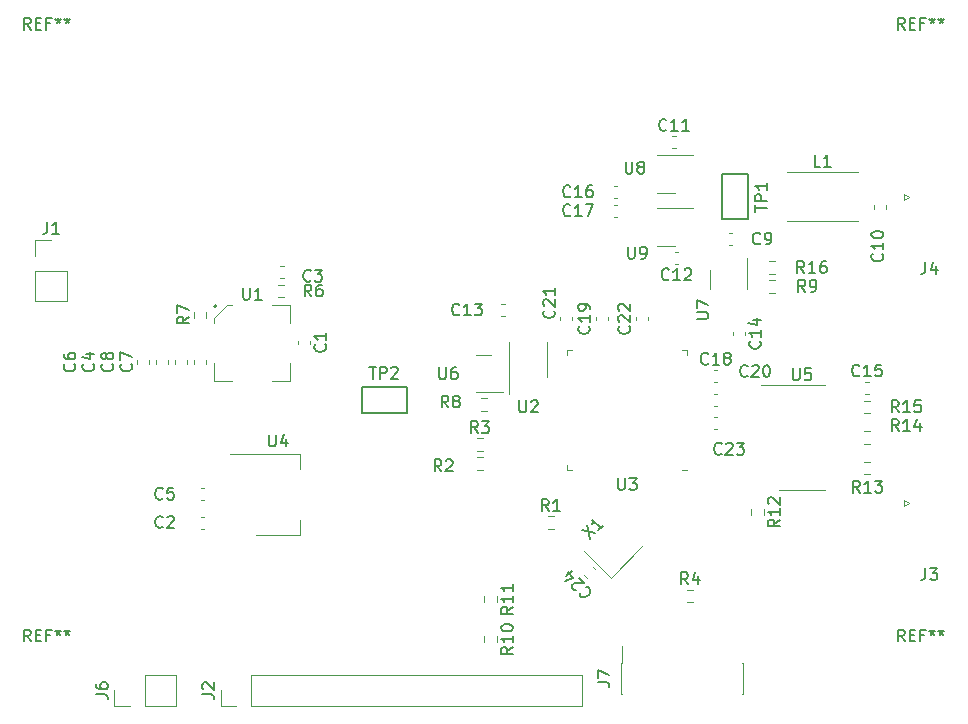
<source format=gbr>
%TF.GenerationSoftware,KiCad,Pcbnew,6.0.6-3a73a75311~116~ubuntu20.04.1*%
%TF.CreationDate,2022-09-22T11:08:13+01:00*%
%TF.ProjectId,UFOMothership,55464f4d-6f74-4686-9572-736869702e6b,rev?*%
%TF.SameCoordinates,Original*%
%TF.FileFunction,Legend,Top*%
%TF.FilePolarity,Positive*%
%FSLAX46Y46*%
G04 Gerber Fmt 4.6, Leading zero omitted, Abs format (unit mm)*
G04 Created by KiCad (PCBNEW 6.0.6-3a73a75311~116~ubuntu20.04.1) date 2022-09-22 11:08:13*
%MOMM*%
%LPD*%
G01*
G04 APERTURE LIST*
%ADD10C,0.150000*%
%ADD11C,0.120000*%
%ADD12C,0.200000*%
G04 APERTURE END LIST*
D10*
%TO.C,X1*%
X177507943Y-95052782D02*
X178686454Y-95288484D01*
X177979347Y-94581378D02*
X178215049Y-95759889D01*
X179326217Y-94648721D02*
X178922156Y-95052782D01*
X179124187Y-94850752D02*
X178417080Y-94143645D01*
X178450752Y-94312004D01*
X178450752Y-94446691D01*
X178417080Y-94547706D01*
%TO.C,C24*%
X177905823Y-99823073D02*
X177973167Y-99823073D01*
X178107854Y-99890417D01*
X178175197Y-99957760D01*
X178242541Y-100092447D01*
X178242541Y-100227134D01*
X178208869Y-100328149D01*
X178107854Y-100496508D01*
X178006839Y-100597523D01*
X177838480Y-100698539D01*
X177737465Y-100732210D01*
X177602778Y-100732210D01*
X177468091Y-100664867D01*
X177400747Y-100597523D01*
X177333404Y-100462836D01*
X177333404Y-100395493D01*
X177064029Y-100126119D02*
X176996686Y-100126119D01*
X176895671Y-100092447D01*
X176727312Y-99924088D01*
X176693640Y-99823073D01*
X176693640Y-99755730D01*
X176727312Y-99654714D01*
X176794655Y-99587371D01*
X176929342Y-99520027D01*
X177737465Y-99520027D01*
X177299732Y-99082294D01*
X176222236Y-98947607D02*
X176693640Y-98476203D01*
X176121220Y-99385340D02*
X176794655Y-99048623D01*
X176356923Y-98610890D01*
%TO.C,REF\u002A\u002A*%
X204866666Y-104452380D02*
X204533333Y-103976190D01*
X204295238Y-104452380D02*
X204295238Y-103452380D01*
X204676190Y-103452380D01*
X204771428Y-103500000D01*
X204819047Y-103547619D01*
X204866666Y-103642857D01*
X204866666Y-103785714D01*
X204819047Y-103880952D01*
X204771428Y-103928571D01*
X204676190Y-103976190D01*
X204295238Y-103976190D01*
X205295238Y-103928571D02*
X205628571Y-103928571D01*
X205771428Y-104452380D02*
X205295238Y-104452380D01*
X205295238Y-103452380D01*
X205771428Y-103452380D01*
X206533333Y-103928571D02*
X206200000Y-103928571D01*
X206200000Y-104452380D02*
X206200000Y-103452380D01*
X206676190Y-103452380D01*
X207200000Y-103452380D02*
X207200000Y-103690476D01*
X206961904Y-103595238D02*
X207200000Y-103690476D01*
X207438095Y-103595238D01*
X207057142Y-103880952D02*
X207200000Y-103690476D01*
X207342857Y-103880952D01*
X207961904Y-103452380D02*
X207961904Y-103690476D01*
X207723809Y-103595238D02*
X207961904Y-103690476D01*
X208200000Y-103595238D01*
X207819047Y-103880952D02*
X207961904Y-103690476D01*
X208104761Y-103880952D01*
X204866666Y-52652380D02*
X204533333Y-52176190D01*
X204295238Y-52652380D02*
X204295238Y-51652380D01*
X204676190Y-51652380D01*
X204771428Y-51700000D01*
X204819047Y-51747619D01*
X204866666Y-51842857D01*
X204866666Y-51985714D01*
X204819047Y-52080952D01*
X204771428Y-52128571D01*
X204676190Y-52176190D01*
X204295238Y-52176190D01*
X205295238Y-52128571D02*
X205628571Y-52128571D01*
X205771428Y-52652380D02*
X205295238Y-52652380D01*
X205295238Y-51652380D01*
X205771428Y-51652380D01*
X206533333Y-52128571D02*
X206200000Y-52128571D01*
X206200000Y-52652380D02*
X206200000Y-51652380D01*
X206676190Y-51652380D01*
X207200000Y-51652380D02*
X207200000Y-51890476D01*
X206961904Y-51795238D02*
X207200000Y-51890476D01*
X207438095Y-51795238D01*
X207057142Y-52080952D02*
X207200000Y-51890476D01*
X207342857Y-52080952D01*
X207961904Y-51652380D02*
X207961904Y-51890476D01*
X207723809Y-51795238D02*
X207961904Y-51890476D01*
X208200000Y-51795238D01*
X207819047Y-52080952D02*
X207961904Y-51890476D01*
X208104761Y-52080952D01*
%TO.C,R7*%
X144252380Y-76966666D02*
X143776190Y-77300000D01*
X144252380Y-77538095D02*
X143252380Y-77538095D01*
X143252380Y-77157142D01*
X143300000Y-77061904D01*
X143347619Y-77014285D01*
X143442857Y-76966666D01*
X143585714Y-76966666D01*
X143680952Y-77014285D01*
X143728571Y-77061904D01*
X143776190Y-77157142D01*
X143776190Y-77538095D01*
X143252380Y-76633333D02*
X143252380Y-75966666D01*
X144252380Y-76395238D01*
%TO.C,C16*%
X176557142Y-66757142D02*
X176509523Y-66804761D01*
X176366666Y-66852380D01*
X176271428Y-66852380D01*
X176128571Y-66804761D01*
X176033333Y-66709523D01*
X175985714Y-66614285D01*
X175938095Y-66423809D01*
X175938095Y-66280952D01*
X175985714Y-66090476D01*
X176033333Y-65995238D01*
X176128571Y-65900000D01*
X176271428Y-65852380D01*
X176366666Y-65852380D01*
X176509523Y-65900000D01*
X176557142Y-65947619D01*
X177509523Y-66852380D02*
X176938095Y-66852380D01*
X177223809Y-66852380D02*
X177223809Y-65852380D01*
X177128571Y-65995238D01*
X177033333Y-66090476D01*
X176938095Y-66138095D01*
X178366666Y-65852380D02*
X178176190Y-65852380D01*
X178080952Y-65900000D01*
X178033333Y-65947619D01*
X177938095Y-66090476D01*
X177890476Y-66280952D01*
X177890476Y-66661904D01*
X177938095Y-66757142D01*
X177985714Y-66804761D01*
X178080952Y-66852380D01*
X178271428Y-66852380D01*
X178366666Y-66804761D01*
X178414285Y-66757142D01*
X178461904Y-66661904D01*
X178461904Y-66423809D01*
X178414285Y-66328571D01*
X178366666Y-66280952D01*
X178271428Y-66233333D01*
X178080952Y-66233333D01*
X177985714Y-66280952D01*
X177938095Y-66328571D01*
X177890476Y-66423809D01*
%TO.C,R9*%
X196433333Y-74852380D02*
X196100000Y-74376190D01*
X195861904Y-74852380D02*
X195861904Y-73852380D01*
X196242857Y-73852380D01*
X196338095Y-73900000D01*
X196385714Y-73947619D01*
X196433333Y-74042857D01*
X196433333Y-74185714D01*
X196385714Y-74280952D01*
X196338095Y-74328571D01*
X196242857Y-74376190D01*
X195861904Y-74376190D01*
X196909523Y-74852380D02*
X197100000Y-74852380D01*
X197195238Y-74804761D01*
X197242857Y-74757142D01*
X197338095Y-74614285D01*
X197385714Y-74423809D01*
X197385714Y-74042857D01*
X197338095Y-73947619D01*
X197290476Y-73900000D01*
X197195238Y-73852380D01*
X197004761Y-73852380D01*
X196909523Y-73900000D01*
X196861904Y-73947619D01*
X196814285Y-74042857D01*
X196814285Y-74280952D01*
X196861904Y-74376190D01*
X196909523Y-74423809D01*
X197004761Y-74471428D01*
X197195238Y-74471428D01*
X197290476Y-74423809D01*
X197338095Y-74376190D01*
X197385714Y-74280952D01*
%TO.C,J7*%
X178872380Y-107933333D02*
X179586666Y-107933333D01*
X179729523Y-107980952D01*
X179824761Y-108076190D01*
X179872380Y-108219047D01*
X179872380Y-108314285D01*
X178872380Y-107552380D02*
X178872380Y-106885714D01*
X179872380Y-107314285D01*
%TO.C,C15*%
X201019642Y-81927142D02*
X200972023Y-81974761D01*
X200829166Y-82022380D01*
X200733928Y-82022380D01*
X200591071Y-81974761D01*
X200495833Y-81879523D01*
X200448214Y-81784285D01*
X200400595Y-81593809D01*
X200400595Y-81450952D01*
X200448214Y-81260476D01*
X200495833Y-81165238D01*
X200591071Y-81070000D01*
X200733928Y-81022380D01*
X200829166Y-81022380D01*
X200972023Y-81070000D01*
X201019642Y-81117619D01*
X201972023Y-82022380D02*
X201400595Y-82022380D01*
X201686309Y-82022380D02*
X201686309Y-81022380D01*
X201591071Y-81165238D01*
X201495833Y-81260476D01*
X201400595Y-81308095D01*
X202876785Y-81022380D02*
X202400595Y-81022380D01*
X202352976Y-81498571D01*
X202400595Y-81450952D01*
X202495833Y-81403333D01*
X202733928Y-81403333D01*
X202829166Y-81450952D01*
X202876785Y-81498571D01*
X202924404Y-81593809D01*
X202924404Y-81831904D01*
X202876785Y-81927142D01*
X202829166Y-81974761D01*
X202733928Y-82022380D01*
X202495833Y-82022380D01*
X202400595Y-81974761D01*
X202352976Y-81927142D01*
%TO.C,J6*%
X136382380Y-108933333D02*
X137096666Y-108933333D01*
X137239523Y-108980952D01*
X137334761Y-109076190D01*
X137382380Y-109219047D01*
X137382380Y-109314285D01*
X136382380Y-108028571D02*
X136382380Y-108219047D01*
X136430000Y-108314285D01*
X136477619Y-108361904D01*
X136620476Y-108457142D01*
X136810952Y-108504761D01*
X137191904Y-108504761D01*
X137287142Y-108457142D01*
X137334761Y-108409523D01*
X137382380Y-108314285D01*
X137382380Y-108123809D01*
X137334761Y-108028571D01*
X137287142Y-107980952D01*
X137191904Y-107933333D01*
X136953809Y-107933333D01*
X136858571Y-107980952D01*
X136810952Y-108028571D01*
X136763333Y-108123809D01*
X136763333Y-108314285D01*
X136810952Y-108409523D01*
X136858571Y-108457142D01*
X136953809Y-108504761D01*
%TO.C,U1*%
X148838095Y-74527380D02*
X148838095Y-75336904D01*
X148885714Y-75432142D01*
X148933333Y-75479761D01*
X149028571Y-75527380D01*
X149219047Y-75527380D01*
X149314285Y-75479761D01*
X149361904Y-75432142D01*
X149409523Y-75336904D01*
X149409523Y-74527380D01*
X150409523Y-75527380D02*
X149838095Y-75527380D01*
X150123809Y-75527380D02*
X150123809Y-74527380D01*
X150028571Y-74670238D01*
X149933333Y-74765476D01*
X149838095Y-74813095D01*
%TO.C,C11*%
X184694642Y-61127142D02*
X184647023Y-61174761D01*
X184504166Y-61222380D01*
X184408928Y-61222380D01*
X184266071Y-61174761D01*
X184170833Y-61079523D01*
X184123214Y-60984285D01*
X184075595Y-60793809D01*
X184075595Y-60650952D01*
X184123214Y-60460476D01*
X184170833Y-60365238D01*
X184266071Y-60270000D01*
X184408928Y-60222380D01*
X184504166Y-60222380D01*
X184647023Y-60270000D01*
X184694642Y-60317619D01*
X185647023Y-61222380D02*
X185075595Y-61222380D01*
X185361309Y-61222380D02*
X185361309Y-60222380D01*
X185266071Y-60365238D01*
X185170833Y-60460476D01*
X185075595Y-60508095D01*
X186599404Y-61222380D02*
X186027976Y-61222380D01*
X186313690Y-61222380D02*
X186313690Y-60222380D01*
X186218452Y-60365238D01*
X186123214Y-60460476D01*
X186027976Y-60508095D01*
%TO.C,J4*%
X206626666Y-72352380D02*
X206626666Y-73066666D01*
X206579047Y-73209523D01*
X206483809Y-73304761D01*
X206340952Y-73352380D01*
X206245714Y-73352380D01*
X207531428Y-72685714D02*
X207531428Y-73352380D01*
X207293333Y-72304761D02*
X207055238Y-73019047D01*
X207674285Y-73019047D01*
%TO.C,REF\u002A\u002A*%
X130866666Y-104452380D02*
X130533333Y-103976190D01*
X130295238Y-104452380D02*
X130295238Y-103452380D01*
X130676190Y-103452380D01*
X130771428Y-103500000D01*
X130819047Y-103547619D01*
X130866666Y-103642857D01*
X130866666Y-103785714D01*
X130819047Y-103880952D01*
X130771428Y-103928571D01*
X130676190Y-103976190D01*
X130295238Y-103976190D01*
X131295238Y-103928571D02*
X131628571Y-103928571D01*
X131771428Y-104452380D02*
X131295238Y-104452380D01*
X131295238Y-103452380D01*
X131771428Y-103452380D01*
X132533333Y-103928571D02*
X132200000Y-103928571D01*
X132200000Y-104452380D02*
X132200000Y-103452380D01*
X132676190Y-103452380D01*
X133200000Y-103452380D02*
X133200000Y-103690476D01*
X132961904Y-103595238D02*
X133200000Y-103690476D01*
X133438095Y-103595238D01*
X133057142Y-103880952D02*
X133200000Y-103690476D01*
X133342857Y-103880952D01*
X133961904Y-103452380D02*
X133961904Y-103690476D01*
X133723809Y-103595238D02*
X133961904Y-103690476D01*
X134200000Y-103595238D01*
X133819047Y-103880952D02*
X133961904Y-103690476D01*
X134104761Y-103880952D01*
%TO.C,U2*%
X172238095Y-84052380D02*
X172238095Y-84861904D01*
X172285714Y-84957142D01*
X172333333Y-85004761D01*
X172428571Y-85052380D01*
X172619047Y-85052380D01*
X172714285Y-85004761D01*
X172761904Y-84957142D01*
X172809523Y-84861904D01*
X172809523Y-84052380D01*
X173238095Y-84147619D02*
X173285714Y-84100000D01*
X173380952Y-84052380D01*
X173619047Y-84052380D01*
X173714285Y-84100000D01*
X173761904Y-84147619D01*
X173809523Y-84242857D01*
X173809523Y-84338095D01*
X173761904Y-84480952D01*
X173190476Y-85052380D01*
X173809523Y-85052380D01*
%TO.C,C21*%
X175157142Y-76442857D02*
X175204761Y-76490476D01*
X175252380Y-76633333D01*
X175252380Y-76728571D01*
X175204761Y-76871428D01*
X175109523Y-76966666D01*
X175014285Y-77014285D01*
X174823809Y-77061904D01*
X174680952Y-77061904D01*
X174490476Y-77014285D01*
X174395238Y-76966666D01*
X174300000Y-76871428D01*
X174252380Y-76728571D01*
X174252380Y-76633333D01*
X174300000Y-76490476D01*
X174347619Y-76442857D01*
X174347619Y-76061904D02*
X174300000Y-76014285D01*
X174252380Y-75919047D01*
X174252380Y-75680952D01*
X174300000Y-75585714D01*
X174347619Y-75538095D01*
X174442857Y-75490476D01*
X174538095Y-75490476D01*
X174680952Y-75538095D01*
X175252380Y-76109523D01*
X175252380Y-75490476D01*
X175252380Y-74538095D02*
X175252380Y-75109523D01*
X175252380Y-74823809D02*
X174252380Y-74823809D01*
X174395238Y-74919047D01*
X174490476Y-75014285D01*
X174538095Y-75109523D01*
%TO.C,R3*%
X168720833Y-86822380D02*
X168387500Y-86346190D01*
X168149404Y-86822380D02*
X168149404Y-85822380D01*
X168530357Y-85822380D01*
X168625595Y-85870000D01*
X168673214Y-85917619D01*
X168720833Y-86012857D01*
X168720833Y-86155714D01*
X168673214Y-86250952D01*
X168625595Y-86298571D01*
X168530357Y-86346190D01*
X168149404Y-86346190D01*
X169054166Y-85822380D02*
X169673214Y-85822380D01*
X169339880Y-86203333D01*
X169482738Y-86203333D01*
X169577976Y-86250952D01*
X169625595Y-86298571D01*
X169673214Y-86393809D01*
X169673214Y-86631904D01*
X169625595Y-86727142D01*
X169577976Y-86774761D01*
X169482738Y-86822380D01*
X169197023Y-86822380D01*
X169101785Y-86774761D01*
X169054166Y-86727142D01*
%TO.C,R8*%
X166233333Y-84652380D02*
X165900000Y-84176190D01*
X165661904Y-84652380D02*
X165661904Y-83652380D01*
X166042857Y-83652380D01*
X166138095Y-83700000D01*
X166185714Y-83747619D01*
X166233333Y-83842857D01*
X166233333Y-83985714D01*
X166185714Y-84080952D01*
X166138095Y-84128571D01*
X166042857Y-84176190D01*
X165661904Y-84176190D01*
X166804761Y-84080952D02*
X166709523Y-84033333D01*
X166661904Y-83985714D01*
X166614285Y-83890476D01*
X166614285Y-83842857D01*
X166661904Y-83747619D01*
X166709523Y-83700000D01*
X166804761Y-83652380D01*
X166995238Y-83652380D01*
X167090476Y-83700000D01*
X167138095Y-83747619D01*
X167185714Y-83842857D01*
X167185714Y-83890476D01*
X167138095Y-83985714D01*
X167090476Y-84033333D01*
X166995238Y-84080952D01*
X166804761Y-84080952D01*
X166709523Y-84128571D01*
X166661904Y-84176190D01*
X166614285Y-84271428D01*
X166614285Y-84461904D01*
X166661904Y-84557142D01*
X166709523Y-84604761D01*
X166804761Y-84652380D01*
X166995238Y-84652380D01*
X167090476Y-84604761D01*
X167138095Y-84557142D01*
X167185714Y-84461904D01*
X167185714Y-84271428D01*
X167138095Y-84176190D01*
X167090476Y-84128571D01*
X166995238Y-84080952D01*
%TO.C,C3*%
X154583333Y-73897142D02*
X154535714Y-73944761D01*
X154392857Y-73992380D01*
X154297619Y-73992380D01*
X154154761Y-73944761D01*
X154059523Y-73849523D01*
X154011904Y-73754285D01*
X153964285Y-73563809D01*
X153964285Y-73420952D01*
X154011904Y-73230476D01*
X154059523Y-73135238D01*
X154154761Y-73040000D01*
X154297619Y-72992380D01*
X154392857Y-72992380D01*
X154535714Y-73040000D01*
X154583333Y-73087619D01*
X154916666Y-72992380D02*
X155535714Y-72992380D01*
X155202380Y-73373333D01*
X155345238Y-73373333D01*
X155440476Y-73420952D01*
X155488095Y-73468571D01*
X155535714Y-73563809D01*
X155535714Y-73801904D01*
X155488095Y-73897142D01*
X155440476Y-73944761D01*
X155345238Y-73992380D01*
X155059523Y-73992380D01*
X154964285Y-73944761D01*
X154916666Y-73897142D01*
%TO.C,R10*%
X171682380Y-104930357D02*
X171206190Y-105263690D01*
X171682380Y-105501785D02*
X170682380Y-105501785D01*
X170682380Y-105120833D01*
X170730000Y-105025595D01*
X170777619Y-104977976D01*
X170872857Y-104930357D01*
X171015714Y-104930357D01*
X171110952Y-104977976D01*
X171158571Y-105025595D01*
X171206190Y-105120833D01*
X171206190Y-105501785D01*
X171682380Y-103977976D02*
X171682380Y-104549404D01*
X171682380Y-104263690D02*
X170682380Y-104263690D01*
X170825238Y-104358928D01*
X170920476Y-104454166D01*
X170968095Y-104549404D01*
X170682380Y-103358928D02*
X170682380Y-103263690D01*
X170730000Y-103168452D01*
X170777619Y-103120833D01*
X170872857Y-103073214D01*
X171063333Y-103025595D01*
X171301428Y-103025595D01*
X171491904Y-103073214D01*
X171587142Y-103120833D01*
X171634761Y-103168452D01*
X171682380Y-103263690D01*
X171682380Y-103358928D01*
X171634761Y-103454166D01*
X171587142Y-103501785D01*
X171491904Y-103549404D01*
X171301428Y-103597023D01*
X171063333Y-103597023D01*
X170872857Y-103549404D01*
X170777619Y-103501785D01*
X170730000Y-103454166D01*
X170682380Y-103358928D01*
%TO.C,U3*%
X180588095Y-90634880D02*
X180588095Y-91444404D01*
X180635714Y-91539642D01*
X180683333Y-91587261D01*
X180778571Y-91634880D01*
X180969047Y-91634880D01*
X181064285Y-91587261D01*
X181111904Y-91539642D01*
X181159523Y-91444404D01*
X181159523Y-90634880D01*
X181540476Y-90634880D02*
X182159523Y-90634880D01*
X181826190Y-91015833D01*
X181969047Y-91015833D01*
X182064285Y-91063452D01*
X182111904Y-91111071D01*
X182159523Y-91206309D01*
X182159523Y-91444404D01*
X182111904Y-91539642D01*
X182064285Y-91587261D01*
X181969047Y-91634880D01*
X181683333Y-91634880D01*
X181588095Y-91587261D01*
X181540476Y-91539642D01*
%TO.C,R15*%
X204357142Y-85052380D02*
X204023809Y-84576190D01*
X203785714Y-85052380D02*
X203785714Y-84052380D01*
X204166666Y-84052380D01*
X204261904Y-84100000D01*
X204309523Y-84147619D01*
X204357142Y-84242857D01*
X204357142Y-84385714D01*
X204309523Y-84480952D01*
X204261904Y-84528571D01*
X204166666Y-84576190D01*
X203785714Y-84576190D01*
X205309523Y-85052380D02*
X204738095Y-85052380D01*
X205023809Y-85052380D02*
X205023809Y-84052380D01*
X204928571Y-84195238D01*
X204833333Y-84290476D01*
X204738095Y-84338095D01*
X206214285Y-84052380D02*
X205738095Y-84052380D01*
X205690476Y-84528571D01*
X205738095Y-84480952D01*
X205833333Y-84433333D01*
X206071428Y-84433333D01*
X206166666Y-84480952D01*
X206214285Y-84528571D01*
X206261904Y-84623809D01*
X206261904Y-84861904D01*
X206214285Y-84957142D01*
X206166666Y-85004761D01*
X206071428Y-85052380D01*
X205833333Y-85052380D01*
X205738095Y-85004761D01*
X205690476Y-84957142D01*
%TO.C,J2*%
X145402380Y-108933333D02*
X146116666Y-108933333D01*
X146259523Y-108980952D01*
X146354761Y-109076190D01*
X146402380Y-109219047D01*
X146402380Y-109314285D01*
X145497619Y-108504761D02*
X145450000Y-108457142D01*
X145402380Y-108361904D01*
X145402380Y-108123809D01*
X145450000Y-108028571D01*
X145497619Y-107980952D01*
X145592857Y-107933333D01*
X145688095Y-107933333D01*
X145830952Y-107980952D01*
X146402380Y-108552380D01*
X146402380Y-107933333D01*
%TO.C,TP1*%
X192214880Y-68061904D02*
X192214880Y-67490476D01*
X193214880Y-67776190D02*
X192214880Y-67776190D01*
X193214880Y-67157142D02*
X192214880Y-67157142D01*
X192214880Y-66776190D01*
X192262500Y-66680952D01*
X192310119Y-66633333D01*
X192405357Y-66585714D01*
X192548214Y-66585714D01*
X192643452Y-66633333D01*
X192691071Y-66680952D01*
X192738690Y-66776190D01*
X192738690Y-67157142D01*
X193214880Y-65633333D02*
X193214880Y-66204761D01*
X193214880Y-65919047D02*
X192214880Y-65919047D01*
X192357738Y-66014285D01*
X192452976Y-66109523D01*
X192500595Y-66204761D01*
%TO.C,TP2*%
X159538095Y-81202380D02*
X160109523Y-81202380D01*
X159823809Y-82202380D02*
X159823809Y-81202380D01*
X160442857Y-82202380D02*
X160442857Y-81202380D01*
X160823809Y-81202380D01*
X160919047Y-81250000D01*
X160966666Y-81297619D01*
X161014285Y-81392857D01*
X161014285Y-81535714D01*
X160966666Y-81630952D01*
X160919047Y-81678571D01*
X160823809Y-81726190D01*
X160442857Y-81726190D01*
X161395238Y-81297619D02*
X161442857Y-81250000D01*
X161538095Y-81202380D01*
X161776190Y-81202380D01*
X161871428Y-81250000D01*
X161919047Y-81297619D01*
X161966666Y-81392857D01*
X161966666Y-81488095D01*
X161919047Y-81630952D01*
X161347619Y-82202380D01*
X161966666Y-82202380D01*
%TO.C,C4*%
X136157142Y-80966666D02*
X136204761Y-81014285D01*
X136252380Y-81157142D01*
X136252380Y-81252380D01*
X136204761Y-81395238D01*
X136109523Y-81490476D01*
X136014285Y-81538095D01*
X135823809Y-81585714D01*
X135680952Y-81585714D01*
X135490476Y-81538095D01*
X135395238Y-81490476D01*
X135300000Y-81395238D01*
X135252380Y-81252380D01*
X135252380Y-81157142D01*
X135300000Y-81014285D01*
X135347619Y-80966666D01*
X135585714Y-80109523D02*
X136252380Y-80109523D01*
X135204761Y-80347619D02*
X135919047Y-80585714D01*
X135919047Y-79966666D01*
%TO.C,C22*%
X181527142Y-77780356D02*
X181574761Y-77827975D01*
X181622380Y-77970832D01*
X181622380Y-78066070D01*
X181574761Y-78208927D01*
X181479523Y-78304165D01*
X181384285Y-78351784D01*
X181193809Y-78399403D01*
X181050952Y-78399403D01*
X180860476Y-78351784D01*
X180765238Y-78304165D01*
X180670000Y-78208927D01*
X180622380Y-78066070D01*
X180622380Y-77970832D01*
X180670000Y-77827975D01*
X180717619Y-77780356D01*
X180717619Y-77399403D02*
X180670000Y-77351784D01*
X180622380Y-77256546D01*
X180622380Y-77018451D01*
X180670000Y-76923213D01*
X180717619Y-76875594D01*
X180812857Y-76827975D01*
X180908095Y-76827975D01*
X181050952Y-76875594D01*
X181622380Y-77447022D01*
X181622380Y-76827975D01*
X180717619Y-76447022D02*
X180670000Y-76399403D01*
X180622380Y-76304165D01*
X180622380Y-76066070D01*
X180670000Y-75970832D01*
X180717619Y-75923213D01*
X180812857Y-75875594D01*
X180908095Y-75875594D01*
X181050952Y-75923213D01*
X181622380Y-76494641D01*
X181622380Y-75875594D01*
%TO.C,C5*%
X142033333Y-92357142D02*
X141985714Y-92404761D01*
X141842857Y-92452380D01*
X141747619Y-92452380D01*
X141604761Y-92404761D01*
X141509523Y-92309523D01*
X141461904Y-92214285D01*
X141414285Y-92023809D01*
X141414285Y-91880952D01*
X141461904Y-91690476D01*
X141509523Y-91595238D01*
X141604761Y-91500000D01*
X141747619Y-91452380D01*
X141842857Y-91452380D01*
X141985714Y-91500000D01*
X142033333Y-91547619D01*
X142938095Y-91452380D02*
X142461904Y-91452380D01*
X142414285Y-91928571D01*
X142461904Y-91880952D01*
X142557142Y-91833333D01*
X142795238Y-91833333D01*
X142890476Y-91880952D01*
X142938095Y-91928571D01*
X142985714Y-92023809D01*
X142985714Y-92261904D01*
X142938095Y-92357142D01*
X142890476Y-92404761D01*
X142795238Y-92452380D01*
X142557142Y-92452380D01*
X142461904Y-92404761D01*
X142414285Y-92357142D01*
%TO.C,C12*%
X184894641Y-73787142D02*
X184847022Y-73834761D01*
X184704165Y-73882380D01*
X184608927Y-73882380D01*
X184466070Y-73834761D01*
X184370832Y-73739523D01*
X184323213Y-73644285D01*
X184275594Y-73453809D01*
X184275594Y-73310952D01*
X184323213Y-73120476D01*
X184370832Y-73025238D01*
X184466070Y-72930000D01*
X184608927Y-72882380D01*
X184704165Y-72882380D01*
X184847022Y-72930000D01*
X184894641Y-72977619D01*
X185847022Y-73882380D02*
X185275594Y-73882380D01*
X185561308Y-73882380D02*
X185561308Y-72882380D01*
X185466070Y-73025238D01*
X185370832Y-73120476D01*
X185275594Y-73168095D01*
X186227975Y-72977619D02*
X186275594Y-72930000D01*
X186370832Y-72882380D01*
X186608927Y-72882380D01*
X186704165Y-72930000D01*
X186751784Y-72977619D01*
X186799403Y-73072857D01*
X186799403Y-73168095D01*
X186751784Y-73310952D01*
X186180356Y-73882380D01*
X186799403Y-73882380D01*
%TO.C,U6*%
X165438095Y-81252380D02*
X165438095Y-82061904D01*
X165485714Y-82157142D01*
X165533333Y-82204761D01*
X165628571Y-82252380D01*
X165819047Y-82252380D01*
X165914285Y-82204761D01*
X165961904Y-82157142D01*
X166009523Y-82061904D01*
X166009523Y-81252380D01*
X166914285Y-81252380D02*
X166723809Y-81252380D01*
X166628571Y-81300000D01*
X166580952Y-81347619D01*
X166485714Y-81490476D01*
X166438095Y-81680952D01*
X166438095Y-82061904D01*
X166485714Y-82157142D01*
X166533333Y-82204761D01*
X166628571Y-82252380D01*
X166819047Y-82252380D01*
X166914285Y-82204761D01*
X166961904Y-82157142D01*
X167009523Y-82061904D01*
X167009523Y-81823809D01*
X166961904Y-81728571D01*
X166914285Y-81680952D01*
X166819047Y-81633333D01*
X166628571Y-81633333D01*
X166533333Y-81680952D01*
X166485714Y-81728571D01*
X166438095Y-81823809D01*
%TO.C,C2*%
X142033333Y-94757142D02*
X141985714Y-94804761D01*
X141842857Y-94852380D01*
X141747619Y-94852380D01*
X141604761Y-94804761D01*
X141509523Y-94709523D01*
X141461904Y-94614285D01*
X141414285Y-94423809D01*
X141414285Y-94280952D01*
X141461904Y-94090476D01*
X141509523Y-93995238D01*
X141604761Y-93900000D01*
X141747619Y-93852380D01*
X141842857Y-93852380D01*
X141985714Y-93900000D01*
X142033333Y-93947619D01*
X142414285Y-93947619D02*
X142461904Y-93900000D01*
X142557142Y-93852380D01*
X142795238Y-93852380D01*
X142890476Y-93900000D01*
X142938095Y-93947619D01*
X142985714Y-94042857D01*
X142985714Y-94138095D01*
X142938095Y-94280952D01*
X142366666Y-94852380D01*
X142985714Y-94852380D01*
%TO.C,REF\u002A\u002A*%
X130866666Y-52652380D02*
X130533333Y-52176190D01*
X130295238Y-52652380D02*
X130295238Y-51652380D01*
X130676190Y-51652380D01*
X130771428Y-51700000D01*
X130819047Y-51747619D01*
X130866666Y-51842857D01*
X130866666Y-51985714D01*
X130819047Y-52080952D01*
X130771428Y-52128571D01*
X130676190Y-52176190D01*
X130295238Y-52176190D01*
X131295238Y-52128571D02*
X131628571Y-52128571D01*
X131771428Y-52652380D02*
X131295238Y-52652380D01*
X131295238Y-51652380D01*
X131771428Y-51652380D01*
X132533333Y-52128571D02*
X132200000Y-52128571D01*
X132200000Y-52652380D02*
X132200000Y-51652380D01*
X132676190Y-51652380D01*
X133200000Y-51652380D02*
X133200000Y-51890476D01*
X132961904Y-51795238D02*
X133200000Y-51890476D01*
X133438095Y-51795238D01*
X133057142Y-52080952D02*
X133200000Y-51890476D01*
X133342857Y-52080952D01*
X133961904Y-51652380D02*
X133961904Y-51890476D01*
X133723809Y-51795238D02*
X133961904Y-51890476D01*
X134200000Y-51795238D01*
X133819047Y-52080952D02*
X133961904Y-51890476D01*
X134104761Y-52080952D01*
%TO.C,C10*%
X202957142Y-71642857D02*
X203004761Y-71690476D01*
X203052380Y-71833333D01*
X203052380Y-71928571D01*
X203004761Y-72071428D01*
X202909523Y-72166666D01*
X202814285Y-72214285D01*
X202623809Y-72261904D01*
X202480952Y-72261904D01*
X202290476Y-72214285D01*
X202195238Y-72166666D01*
X202100000Y-72071428D01*
X202052380Y-71928571D01*
X202052380Y-71833333D01*
X202100000Y-71690476D01*
X202147619Y-71642857D01*
X203052380Y-70690476D02*
X203052380Y-71261904D01*
X203052380Y-70976190D02*
X202052380Y-70976190D01*
X202195238Y-71071428D01*
X202290476Y-71166666D01*
X202338095Y-71261904D01*
X202052380Y-70071428D02*
X202052380Y-69976190D01*
X202100000Y-69880952D01*
X202147619Y-69833333D01*
X202242857Y-69785714D01*
X202433333Y-69738095D01*
X202671428Y-69738095D01*
X202861904Y-69785714D01*
X202957142Y-69833333D01*
X203004761Y-69880952D01*
X203052380Y-69976190D01*
X203052380Y-70071428D01*
X203004761Y-70166666D01*
X202957142Y-70214285D01*
X202861904Y-70261904D01*
X202671428Y-70309523D01*
X202433333Y-70309523D01*
X202242857Y-70261904D01*
X202147619Y-70214285D01*
X202100000Y-70166666D01*
X202052380Y-70071428D01*
%TO.C,C17*%
X176557142Y-68357142D02*
X176509523Y-68404761D01*
X176366666Y-68452380D01*
X176271428Y-68452380D01*
X176128571Y-68404761D01*
X176033333Y-68309523D01*
X175985714Y-68214285D01*
X175938095Y-68023809D01*
X175938095Y-67880952D01*
X175985714Y-67690476D01*
X176033333Y-67595238D01*
X176128571Y-67500000D01*
X176271428Y-67452380D01*
X176366666Y-67452380D01*
X176509523Y-67500000D01*
X176557142Y-67547619D01*
X177509523Y-68452380D02*
X176938095Y-68452380D01*
X177223809Y-68452380D02*
X177223809Y-67452380D01*
X177128571Y-67595238D01*
X177033333Y-67690476D01*
X176938095Y-67738095D01*
X177842857Y-67452380D02*
X178509523Y-67452380D01*
X178080952Y-68452380D01*
%TO.C,J1*%
X132266666Y-68922380D02*
X132266666Y-69636666D01*
X132219047Y-69779523D01*
X132123809Y-69874761D01*
X131980952Y-69922380D01*
X131885714Y-69922380D01*
X133266666Y-69922380D02*
X132695238Y-69922380D01*
X132980952Y-69922380D02*
X132980952Y-68922380D01*
X132885714Y-69065238D01*
X132790476Y-69160476D01*
X132695238Y-69208095D01*
%TO.C,R2*%
X165633333Y-90052380D02*
X165300000Y-89576190D01*
X165061904Y-90052380D02*
X165061904Y-89052380D01*
X165442857Y-89052380D01*
X165538095Y-89100000D01*
X165585714Y-89147619D01*
X165633333Y-89242857D01*
X165633333Y-89385714D01*
X165585714Y-89480952D01*
X165538095Y-89528571D01*
X165442857Y-89576190D01*
X165061904Y-89576190D01*
X166014285Y-89147619D02*
X166061904Y-89100000D01*
X166157142Y-89052380D01*
X166395238Y-89052380D01*
X166490476Y-89100000D01*
X166538095Y-89147619D01*
X166585714Y-89242857D01*
X166585714Y-89338095D01*
X166538095Y-89480952D01*
X165966666Y-90052380D01*
X166585714Y-90052380D01*
%TO.C,C20*%
X191557142Y-81957142D02*
X191509523Y-82004761D01*
X191366666Y-82052380D01*
X191271428Y-82052380D01*
X191128571Y-82004761D01*
X191033333Y-81909523D01*
X190985714Y-81814285D01*
X190938095Y-81623809D01*
X190938095Y-81480952D01*
X190985714Y-81290476D01*
X191033333Y-81195238D01*
X191128571Y-81100000D01*
X191271428Y-81052380D01*
X191366666Y-81052380D01*
X191509523Y-81100000D01*
X191557142Y-81147619D01*
X191938095Y-81147619D02*
X191985714Y-81100000D01*
X192080952Y-81052380D01*
X192319047Y-81052380D01*
X192414285Y-81100000D01*
X192461904Y-81147619D01*
X192509523Y-81242857D01*
X192509523Y-81338095D01*
X192461904Y-81480952D01*
X191890476Y-82052380D01*
X192509523Y-82052380D01*
X193128571Y-81052380D02*
X193223809Y-81052380D01*
X193319047Y-81100000D01*
X193366666Y-81147619D01*
X193414285Y-81242857D01*
X193461904Y-81433333D01*
X193461904Y-81671428D01*
X193414285Y-81861904D01*
X193366666Y-81957142D01*
X193319047Y-82004761D01*
X193223809Y-82052380D01*
X193128571Y-82052380D01*
X193033333Y-82004761D01*
X192985714Y-81957142D01*
X192938095Y-81861904D01*
X192890476Y-81671428D01*
X192890476Y-81433333D01*
X192938095Y-81242857D01*
X192985714Y-81147619D01*
X193033333Y-81100000D01*
X193128571Y-81052380D01*
%TO.C,C19*%
X178127142Y-77780356D02*
X178174761Y-77827975D01*
X178222380Y-77970832D01*
X178222380Y-78066070D01*
X178174761Y-78208927D01*
X178079523Y-78304165D01*
X177984285Y-78351784D01*
X177793809Y-78399403D01*
X177650952Y-78399403D01*
X177460476Y-78351784D01*
X177365238Y-78304165D01*
X177270000Y-78208927D01*
X177222380Y-78066070D01*
X177222380Y-77970832D01*
X177270000Y-77827975D01*
X177317619Y-77780356D01*
X178222380Y-76827975D02*
X178222380Y-77399403D01*
X178222380Y-77113689D02*
X177222380Y-77113689D01*
X177365238Y-77208927D01*
X177460476Y-77304165D01*
X177508095Y-77399403D01*
X178222380Y-76351784D02*
X178222380Y-76161308D01*
X178174761Y-76066070D01*
X178127142Y-76018451D01*
X177984285Y-75923213D01*
X177793809Y-75875594D01*
X177412857Y-75875594D01*
X177317619Y-75923213D01*
X177270000Y-75970832D01*
X177222380Y-76066070D01*
X177222380Y-76256546D01*
X177270000Y-76351784D01*
X177317619Y-76399403D01*
X177412857Y-76447022D01*
X177650952Y-76447022D01*
X177746190Y-76399403D01*
X177793809Y-76351784D01*
X177841428Y-76256546D01*
X177841428Y-76066070D01*
X177793809Y-75970832D01*
X177746190Y-75923213D01*
X177650952Y-75875594D01*
%TO.C,C6*%
X134557142Y-80966666D02*
X134604761Y-81014285D01*
X134652380Y-81157142D01*
X134652380Y-81252380D01*
X134604761Y-81395238D01*
X134509523Y-81490476D01*
X134414285Y-81538095D01*
X134223809Y-81585714D01*
X134080952Y-81585714D01*
X133890476Y-81538095D01*
X133795238Y-81490476D01*
X133700000Y-81395238D01*
X133652380Y-81252380D01*
X133652380Y-81157142D01*
X133700000Y-81014285D01*
X133747619Y-80966666D01*
X133652380Y-80109523D02*
X133652380Y-80300000D01*
X133700000Y-80395238D01*
X133747619Y-80442857D01*
X133890476Y-80538095D01*
X134080952Y-80585714D01*
X134461904Y-80585714D01*
X134557142Y-80538095D01*
X134604761Y-80490476D01*
X134652380Y-80395238D01*
X134652380Y-80204761D01*
X134604761Y-80109523D01*
X134557142Y-80061904D01*
X134461904Y-80014285D01*
X134223809Y-80014285D01*
X134128571Y-80061904D01*
X134080952Y-80109523D01*
X134033333Y-80204761D01*
X134033333Y-80395238D01*
X134080952Y-80490476D01*
X134128571Y-80538095D01*
X134223809Y-80585714D01*
%TO.C,R14*%
X204357142Y-86652380D02*
X204023809Y-86176190D01*
X203785714Y-86652380D02*
X203785714Y-85652380D01*
X204166666Y-85652380D01*
X204261904Y-85700000D01*
X204309523Y-85747619D01*
X204357142Y-85842857D01*
X204357142Y-85985714D01*
X204309523Y-86080952D01*
X204261904Y-86128571D01*
X204166666Y-86176190D01*
X203785714Y-86176190D01*
X205309523Y-86652380D02*
X204738095Y-86652380D01*
X205023809Y-86652380D02*
X205023809Y-85652380D01*
X204928571Y-85795238D01*
X204833333Y-85890476D01*
X204738095Y-85938095D01*
X206166666Y-85985714D02*
X206166666Y-86652380D01*
X205928571Y-85604761D02*
X205690476Y-86319047D01*
X206309523Y-86319047D01*
%TO.C,U9*%
X181438095Y-71052380D02*
X181438095Y-71861904D01*
X181485714Y-71957142D01*
X181533333Y-72004761D01*
X181628571Y-72052380D01*
X181819047Y-72052380D01*
X181914285Y-72004761D01*
X181961904Y-71957142D01*
X182009523Y-71861904D01*
X182009523Y-71052380D01*
X182533333Y-72052380D02*
X182723809Y-72052380D01*
X182819047Y-72004761D01*
X182866666Y-71957142D01*
X182961904Y-71814285D01*
X183009523Y-71623809D01*
X183009523Y-71242857D01*
X182961904Y-71147619D01*
X182914285Y-71100000D01*
X182819047Y-71052380D01*
X182628571Y-71052380D01*
X182533333Y-71100000D01*
X182485714Y-71147619D01*
X182438095Y-71242857D01*
X182438095Y-71480952D01*
X182485714Y-71576190D01*
X182533333Y-71623809D01*
X182628571Y-71671428D01*
X182819047Y-71671428D01*
X182914285Y-71623809D01*
X182961904Y-71576190D01*
X183009523Y-71480952D01*
%TO.C,U5*%
X195388096Y-81334880D02*
X195388096Y-82144404D01*
X195435715Y-82239642D01*
X195483334Y-82287261D01*
X195578572Y-82334880D01*
X195769048Y-82334880D01*
X195864286Y-82287261D01*
X195911905Y-82239642D01*
X195959524Y-82144404D01*
X195959524Y-81334880D01*
X196911905Y-81334880D02*
X196435715Y-81334880D01*
X196388096Y-81811071D01*
X196435715Y-81763452D01*
X196530953Y-81715833D01*
X196769048Y-81715833D01*
X196864286Y-81763452D01*
X196911905Y-81811071D01*
X196959524Y-81906309D01*
X196959524Y-82144404D01*
X196911905Y-82239642D01*
X196864286Y-82287261D01*
X196769048Y-82334880D01*
X196530953Y-82334880D01*
X196435715Y-82287261D01*
X196388096Y-82239642D01*
%TO.C,R13*%
X201069642Y-91852380D02*
X200736309Y-91376190D01*
X200498214Y-91852380D02*
X200498214Y-90852380D01*
X200879166Y-90852380D01*
X200974404Y-90900000D01*
X201022023Y-90947619D01*
X201069642Y-91042857D01*
X201069642Y-91185714D01*
X201022023Y-91280952D01*
X200974404Y-91328571D01*
X200879166Y-91376190D01*
X200498214Y-91376190D01*
X202022023Y-91852380D02*
X201450595Y-91852380D01*
X201736309Y-91852380D02*
X201736309Y-90852380D01*
X201641071Y-90995238D01*
X201545833Y-91090476D01*
X201450595Y-91138095D01*
X202355357Y-90852380D02*
X202974404Y-90852380D01*
X202641071Y-91233333D01*
X202783928Y-91233333D01*
X202879166Y-91280952D01*
X202926785Y-91328571D01*
X202974404Y-91423809D01*
X202974404Y-91661904D01*
X202926785Y-91757142D01*
X202879166Y-91804761D01*
X202783928Y-91852380D01*
X202498214Y-91852380D01*
X202402976Y-91804761D01*
X202355357Y-91757142D01*
%TO.C,U7*%
X187252380Y-77161904D02*
X188061904Y-77161904D01*
X188157142Y-77114285D01*
X188204761Y-77066666D01*
X188252380Y-76971428D01*
X188252380Y-76780952D01*
X188204761Y-76685714D01*
X188157142Y-76638095D01*
X188061904Y-76590476D01*
X187252380Y-76590476D01*
X187252380Y-76209523D02*
X187252380Y-75542857D01*
X188252380Y-75971428D01*
%TO.C,R16*%
X196357142Y-73252380D02*
X196023809Y-72776190D01*
X195785714Y-73252380D02*
X195785714Y-72252380D01*
X196166666Y-72252380D01*
X196261904Y-72300000D01*
X196309523Y-72347619D01*
X196357142Y-72442857D01*
X196357142Y-72585714D01*
X196309523Y-72680952D01*
X196261904Y-72728571D01*
X196166666Y-72776190D01*
X195785714Y-72776190D01*
X197309523Y-73252380D02*
X196738095Y-73252380D01*
X197023809Y-73252380D02*
X197023809Y-72252380D01*
X196928571Y-72395238D01*
X196833333Y-72490476D01*
X196738095Y-72538095D01*
X198166666Y-72252380D02*
X197976190Y-72252380D01*
X197880952Y-72300000D01*
X197833333Y-72347619D01*
X197738095Y-72490476D01*
X197690476Y-72680952D01*
X197690476Y-73061904D01*
X197738095Y-73157142D01*
X197785714Y-73204761D01*
X197880952Y-73252380D01*
X198071428Y-73252380D01*
X198166666Y-73204761D01*
X198214285Y-73157142D01*
X198261904Y-73061904D01*
X198261904Y-72823809D01*
X198214285Y-72728571D01*
X198166666Y-72680952D01*
X198071428Y-72633333D01*
X197880952Y-72633333D01*
X197785714Y-72680952D01*
X197738095Y-72728571D01*
X197690476Y-72823809D01*
%TO.C,J3*%
X206626666Y-98259880D02*
X206626666Y-98974166D01*
X206579047Y-99117023D01*
X206483809Y-99212261D01*
X206340952Y-99259880D01*
X206245714Y-99259880D01*
X207007619Y-98259880D02*
X207626666Y-98259880D01*
X207293333Y-98640833D01*
X207436190Y-98640833D01*
X207531428Y-98688452D01*
X207579047Y-98736071D01*
X207626666Y-98831309D01*
X207626666Y-99069404D01*
X207579047Y-99164642D01*
X207531428Y-99212261D01*
X207436190Y-99259880D01*
X207150476Y-99259880D01*
X207055238Y-99212261D01*
X207007619Y-99164642D01*
%TO.C,C18*%
X188219642Y-80927142D02*
X188172023Y-80974761D01*
X188029166Y-81022380D01*
X187933928Y-81022380D01*
X187791071Y-80974761D01*
X187695833Y-80879523D01*
X187648214Y-80784285D01*
X187600595Y-80593809D01*
X187600595Y-80450952D01*
X187648214Y-80260476D01*
X187695833Y-80165238D01*
X187791071Y-80070000D01*
X187933928Y-80022380D01*
X188029166Y-80022380D01*
X188172023Y-80070000D01*
X188219642Y-80117619D01*
X189172023Y-81022380D02*
X188600595Y-81022380D01*
X188886309Y-81022380D02*
X188886309Y-80022380D01*
X188791071Y-80165238D01*
X188695833Y-80260476D01*
X188600595Y-80308095D01*
X189743452Y-80450952D02*
X189648214Y-80403333D01*
X189600595Y-80355714D01*
X189552976Y-80260476D01*
X189552976Y-80212857D01*
X189600595Y-80117619D01*
X189648214Y-80070000D01*
X189743452Y-80022380D01*
X189933928Y-80022380D01*
X190029166Y-80070000D01*
X190076785Y-80117619D01*
X190124404Y-80212857D01*
X190124404Y-80260476D01*
X190076785Y-80355714D01*
X190029166Y-80403333D01*
X189933928Y-80450952D01*
X189743452Y-80450952D01*
X189648214Y-80498571D01*
X189600595Y-80546190D01*
X189552976Y-80641428D01*
X189552976Y-80831904D01*
X189600595Y-80927142D01*
X189648214Y-80974761D01*
X189743452Y-81022380D01*
X189933928Y-81022380D01*
X190029166Y-80974761D01*
X190076785Y-80927142D01*
X190124404Y-80831904D01*
X190124404Y-80641428D01*
X190076785Y-80546190D01*
X190029166Y-80498571D01*
X189933928Y-80450952D01*
%TO.C,R1*%
X174720833Y-93422380D02*
X174387500Y-92946190D01*
X174149404Y-93422380D02*
X174149404Y-92422380D01*
X174530357Y-92422380D01*
X174625595Y-92470000D01*
X174673214Y-92517619D01*
X174720833Y-92612857D01*
X174720833Y-92755714D01*
X174673214Y-92850952D01*
X174625595Y-92898571D01*
X174530357Y-92946190D01*
X174149404Y-92946190D01*
X175673214Y-93422380D02*
X175101785Y-93422380D01*
X175387500Y-93422380D02*
X175387500Y-92422380D01*
X175292261Y-92565238D01*
X175197023Y-92660476D01*
X175101785Y-92708095D01*
%TO.C,C7*%
X139357142Y-80966666D02*
X139404761Y-81014285D01*
X139452380Y-81157142D01*
X139452380Y-81252380D01*
X139404761Y-81395238D01*
X139309523Y-81490476D01*
X139214285Y-81538095D01*
X139023809Y-81585714D01*
X138880952Y-81585714D01*
X138690476Y-81538095D01*
X138595238Y-81490476D01*
X138500000Y-81395238D01*
X138452380Y-81252380D01*
X138452380Y-81157142D01*
X138500000Y-81014285D01*
X138547619Y-80966666D01*
X138452380Y-80633333D02*
X138452380Y-79966666D01*
X139452380Y-80395238D01*
%TO.C,R12*%
X194282380Y-94155357D02*
X193806190Y-94488690D01*
X194282380Y-94726785D02*
X193282380Y-94726785D01*
X193282380Y-94345833D01*
X193330000Y-94250595D01*
X193377619Y-94202976D01*
X193472857Y-94155357D01*
X193615714Y-94155357D01*
X193710952Y-94202976D01*
X193758571Y-94250595D01*
X193806190Y-94345833D01*
X193806190Y-94726785D01*
X194282380Y-93202976D02*
X194282380Y-93774404D01*
X194282380Y-93488690D02*
X193282380Y-93488690D01*
X193425238Y-93583928D01*
X193520476Y-93679166D01*
X193568095Y-93774404D01*
X193377619Y-92822023D02*
X193330000Y-92774404D01*
X193282380Y-92679166D01*
X193282380Y-92441071D01*
X193330000Y-92345833D01*
X193377619Y-92298214D01*
X193472857Y-92250595D01*
X193568095Y-92250595D01*
X193710952Y-92298214D01*
X194282380Y-92869642D01*
X194282380Y-92250595D01*
%TO.C,C9*%
X192633333Y-70757142D02*
X192585714Y-70804761D01*
X192442857Y-70852380D01*
X192347619Y-70852380D01*
X192204761Y-70804761D01*
X192109523Y-70709523D01*
X192061904Y-70614285D01*
X192014285Y-70423809D01*
X192014285Y-70280952D01*
X192061904Y-70090476D01*
X192109523Y-69995238D01*
X192204761Y-69900000D01*
X192347619Y-69852380D01*
X192442857Y-69852380D01*
X192585714Y-69900000D01*
X192633333Y-69947619D01*
X193109523Y-70852380D02*
X193300000Y-70852380D01*
X193395238Y-70804761D01*
X193442857Y-70757142D01*
X193538095Y-70614285D01*
X193585714Y-70423809D01*
X193585714Y-70042857D01*
X193538095Y-69947619D01*
X193490476Y-69900000D01*
X193395238Y-69852380D01*
X193204761Y-69852380D01*
X193109523Y-69900000D01*
X193061904Y-69947619D01*
X193014285Y-70042857D01*
X193014285Y-70280952D01*
X193061904Y-70376190D01*
X193109523Y-70423809D01*
X193204761Y-70471428D01*
X193395238Y-70471428D01*
X193490476Y-70423809D01*
X193538095Y-70376190D01*
X193585714Y-70280952D01*
%TO.C,U8*%
X181238095Y-63852380D02*
X181238095Y-64661904D01*
X181285714Y-64757142D01*
X181333333Y-64804761D01*
X181428571Y-64852380D01*
X181619047Y-64852380D01*
X181714285Y-64804761D01*
X181761904Y-64757142D01*
X181809523Y-64661904D01*
X181809523Y-63852380D01*
X182428571Y-64280952D02*
X182333333Y-64233333D01*
X182285714Y-64185714D01*
X182238095Y-64090476D01*
X182238095Y-64042857D01*
X182285714Y-63947619D01*
X182333333Y-63900000D01*
X182428571Y-63852380D01*
X182619047Y-63852380D01*
X182714285Y-63900000D01*
X182761904Y-63947619D01*
X182809523Y-64042857D01*
X182809523Y-64090476D01*
X182761904Y-64185714D01*
X182714285Y-64233333D01*
X182619047Y-64280952D01*
X182428571Y-64280952D01*
X182333333Y-64328571D01*
X182285714Y-64376190D01*
X182238095Y-64471428D01*
X182238095Y-64661904D01*
X182285714Y-64757142D01*
X182333333Y-64804761D01*
X182428571Y-64852380D01*
X182619047Y-64852380D01*
X182714285Y-64804761D01*
X182761904Y-64757142D01*
X182809523Y-64661904D01*
X182809523Y-64471428D01*
X182761904Y-64376190D01*
X182714285Y-64328571D01*
X182619047Y-64280952D01*
%TO.C,C1*%
X155787142Y-79304165D02*
X155834761Y-79351784D01*
X155882380Y-79494641D01*
X155882380Y-79589879D01*
X155834761Y-79732737D01*
X155739523Y-79827975D01*
X155644285Y-79875594D01*
X155453809Y-79923213D01*
X155310952Y-79923213D01*
X155120476Y-79875594D01*
X155025238Y-79827975D01*
X154930000Y-79732737D01*
X154882380Y-79589879D01*
X154882380Y-79494641D01*
X154930000Y-79351784D01*
X154977619Y-79304165D01*
X155882380Y-78351784D02*
X155882380Y-78923213D01*
X155882380Y-78637499D02*
X154882380Y-78637499D01*
X155025238Y-78732737D01*
X155120476Y-78827975D01*
X155168095Y-78923213D01*
%TO.C,C8*%
X137757142Y-80966666D02*
X137804761Y-81014285D01*
X137852380Y-81157142D01*
X137852380Y-81252380D01*
X137804761Y-81395238D01*
X137709523Y-81490476D01*
X137614285Y-81538095D01*
X137423809Y-81585714D01*
X137280952Y-81585714D01*
X137090476Y-81538095D01*
X136995238Y-81490476D01*
X136900000Y-81395238D01*
X136852380Y-81252380D01*
X136852380Y-81157142D01*
X136900000Y-81014285D01*
X136947619Y-80966666D01*
X137280952Y-80395238D02*
X137233333Y-80490476D01*
X137185714Y-80538095D01*
X137090476Y-80585714D01*
X137042857Y-80585714D01*
X136947619Y-80538095D01*
X136900000Y-80490476D01*
X136852380Y-80395238D01*
X136852380Y-80204761D01*
X136900000Y-80109523D01*
X136947619Y-80061904D01*
X137042857Y-80014285D01*
X137090476Y-80014285D01*
X137185714Y-80061904D01*
X137233333Y-80109523D01*
X137280952Y-80204761D01*
X137280952Y-80395238D01*
X137328571Y-80490476D01*
X137376190Y-80538095D01*
X137471428Y-80585714D01*
X137661904Y-80585714D01*
X137757142Y-80538095D01*
X137804761Y-80490476D01*
X137852380Y-80395238D01*
X137852380Y-80204761D01*
X137804761Y-80109523D01*
X137757142Y-80061904D01*
X137661904Y-80014285D01*
X137471428Y-80014285D01*
X137376190Y-80061904D01*
X137328571Y-80109523D01*
X137280952Y-80204761D01*
%TO.C,R11*%
X171682380Y-101530357D02*
X171206190Y-101863690D01*
X171682380Y-102101785D02*
X170682380Y-102101785D01*
X170682380Y-101720833D01*
X170730000Y-101625595D01*
X170777619Y-101577976D01*
X170872857Y-101530357D01*
X171015714Y-101530357D01*
X171110952Y-101577976D01*
X171158571Y-101625595D01*
X171206190Y-101720833D01*
X171206190Y-102101785D01*
X171682380Y-100577976D02*
X171682380Y-101149404D01*
X171682380Y-100863690D02*
X170682380Y-100863690D01*
X170825238Y-100958928D01*
X170920476Y-101054166D01*
X170968095Y-101149404D01*
X171682380Y-99625595D02*
X171682380Y-100197023D01*
X171682380Y-99911309D02*
X170682380Y-99911309D01*
X170825238Y-100006547D01*
X170920476Y-100101785D01*
X170968095Y-100197023D01*
%TO.C,R4*%
X186520833Y-99622380D02*
X186187500Y-99146190D01*
X185949404Y-99622380D02*
X185949404Y-98622380D01*
X186330357Y-98622380D01*
X186425595Y-98670000D01*
X186473214Y-98717619D01*
X186520833Y-98812857D01*
X186520833Y-98955714D01*
X186473214Y-99050952D01*
X186425595Y-99098571D01*
X186330357Y-99146190D01*
X185949404Y-99146190D01*
X187377976Y-98955714D02*
X187377976Y-99622380D01*
X187139880Y-98574761D02*
X186901785Y-99289047D01*
X187520833Y-99289047D01*
%TO.C,L1*%
X197733333Y-64252380D02*
X197257142Y-64252380D01*
X197257142Y-63252380D01*
X198590476Y-64252380D02*
X198019047Y-64252380D01*
X198304761Y-64252380D02*
X198304761Y-63252380D01*
X198209523Y-63395238D01*
X198114285Y-63490476D01*
X198019047Y-63538095D01*
%TO.C,R6*%
X154633333Y-75252380D02*
X154300000Y-74776190D01*
X154061904Y-75252380D02*
X154061904Y-74252380D01*
X154442857Y-74252380D01*
X154538095Y-74300000D01*
X154585714Y-74347619D01*
X154633333Y-74442857D01*
X154633333Y-74585714D01*
X154585714Y-74680952D01*
X154538095Y-74728571D01*
X154442857Y-74776190D01*
X154061904Y-74776190D01*
X155490476Y-74252380D02*
X155300000Y-74252380D01*
X155204761Y-74300000D01*
X155157142Y-74347619D01*
X155061904Y-74490476D01*
X155014285Y-74680952D01*
X155014285Y-75061904D01*
X155061904Y-75157142D01*
X155109523Y-75204761D01*
X155204761Y-75252380D01*
X155395238Y-75252380D01*
X155490476Y-75204761D01*
X155538095Y-75157142D01*
X155585714Y-75061904D01*
X155585714Y-74823809D01*
X155538095Y-74728571D01*
X155490476Y-74680952D01*
X155395238Y-74633333D01*
X155204761Y-74633333D01*
X155109523Y-74680952D01*
X155061904Y-74728571D01*
X155014285Y-74823809D01*
%TO.C,C14*%
X192587142Y-79042857D02*
X192634761Y-79090476D01*
X192682380Y-79233333D01*
X192682380Y-79328571D01*
X192634761Y-79471428D01*
X192539523Y-79566666D01*
X192444285Y-79614285D01*
X192253809Y-79661904D01*
X192110952Y-79661904D01*
X191920476Y-79614285D01*
X191825238Y-79566666D01*
X191730000Y-79471428D01*
X191682380Y-79328571D01*
X191682380Y-79233333D01*
X191730000Y-79090476D01*
X191777619Y-79042857D01*
X192682380Y-78090476D02*
X192682380Y-78661904D01*
X192682380Y-78376190D02*
X191682380Y-78376190D01*
X191825238Y-78471428D01*
X191920476Y-78566666D01*
X191968095Y-78661904D01*
X192015714Y-77233333D02*
X192682380Y-77233333D01*
X191634761Y-77471428D02*
X192349047Y-77709523D01*
X192349047Y-77090476D01*
%TO.C,U4*%
X151038095Y-86952380D02*
X151038095Y-87761904D01*
X151085714Y-87857142D01*
X151133333Y-87904761D01*
X151228571Y-87952380D01*
X151419047Y-87952380D01*
X151514285Y-87904761D01*
X151561904Y-87857142D01*
X151609523Y-87761904D01*
X151609523Y-86952380D01*
X152514285Y-87285714D02*
X152514285Y-87952380D01*
X152276190Y-86904761D02*
X152038095Y-87619047D01*
X152657142Y-87619047D01*
%TO.C,C13*%
X167157142Y-76757142D02*
X167109523Y-76804761D01*
X166966666Y-76852380D01*
X166871428Y-76852380D01*
X166728571Y-76804761D01*
X166633333Y-76709523D01*
X166585714Y-76614285D01*
X166538095Y-76423809D01*
X166538095Y-76280952D01*
X166585714Y-76090476D01*
X166633333Y-75995238D01*
X166728571Y-75900000D01*
X166871428Y-75852380D01*
X166966666Y-75852380D01*
X167109523Y-75900000D01*
X167157142Y-75947619D01*
X168109523Y-76852380D02*
X167538095Y-76852380D01*
X167823809Y-76852380D02*
X167823809Y-75852380D01*
X167728571Y-75995238D01*
X167633333Y-76090476D01*
X167538095Y-76138095D01*
X168442857Y-75852380D02*
X169061904Y-75852380D01*
X168728571Y-76233333D01*
X168871428Y-76233333D01*
X168966666Y-76280952D01*
X169014285Y-76328571D01*
X169061904Y-76423809D01*
X169061904Y-76661904D01*
X169014285Y-76757142D01*
X168966666Y-76804761D01*
X168871428Y-76852380D01*
X168585714Y-76852380D01*
X168490476Y-76804761D01*
X168442857Y-76757142D01*
%TO.C,C23*%
X189357142Y-88557142D02*
X189309523Y-88604761D01*
X189166666Y-88652380D01*
X189071428Y-88652380D01*
X188928571Y-88604761D01*
X188833333Y-88509523D01*
X188785714Y-88414285D01*
X188738095Y-88223809D01*
X188738095Y-88080952D01*
X188785714Y-87890476D01*
X188833333Y-87795238D01*
X188928571Y-87700000D01*
X189071428Y-87652380D01*
X189166666Y-87652380D01*
X189309523Y-87700000D01*
X189357142Y-87747619D01*
X189738095Y-87747619D02*
X189785714Y-87700000D01*
X189880952Y-87652380D01*
X190119047Y-87652380D01*
X190214285Y-87700000D01*
X190261904Y-87747619D01*
X190309523Y-87842857D01*
X190309523Y-87938095D01*
X190261904Y-88080952D01*
X189690476Y-88652380D01*
X190309523Y-88652380D01*
X190642857Y-87652380D02*
X191261904Y-87652380D01*
X190928571Y-88033333D01*
X191071428Y-88033333D01*
X191166666Y-88080952D01*
X191214285Y-88128571D01*
X191261904Y-88223809D01*
X191261904Y-88461904D01*
X191214285Y-88557142D01*
X191166666Y-88604761D01*
X191071428Y-88652380D01*
X190785714Y-88652380D01*
X190690476Y-88604761D01*
X190642857Y-88557142D01*
D11*
%TO.C,X1*%
X177742804Y-96829810D02*
X179970190Y-99057196D01*
X179970190Y-99057196D02*
X182657196Y-96370190D01*
%TO.C,C24*%
X177952682Y-99073931D02*
X177745829Y-98867078D01*
X178673931Y-98352682D02*
X178467078Y-98145829D01*
%TO.C,R7*%
X145722500Y-76545276D02*
X145722500Y-77054724D01*
X144677500Y-76545276D02*
X144677500Y-77054724D01*
%TO.C,C16*%
X180546267Y-66910000D02*
X180253733Y-66910000D01*
X180546267Y-65890000D02*
X180253733Y-65890000D01*
%TO.C,R9*%
X193345276Y-74922500D02*
X193854724Y-74922500D01*
X193345276Y-73877500D02*
X193854724Y-73877500D01*
%TO.C,J7*%
X180920000Y-106270000D02*
X180920000Y-104810000D01*
X191140000Y-108930000D02*
X191140000Y-106270000D01*
X191080000Y-108930000D02*
X191140000Y-108930000D01*
X180860000Y-108930000D02*
X180920000Y-108930000D01*
X180860000Y-108930000D02*
X180860000Y-106270000D01*
X191080000Y-106270000D02*
X191140000Y-106270000D01*
X180860000Y-106270000D02*
X180920000Y-106270000D01*
%TO.C,C15*%
X201516233Y-82490000D02*
X201808767Y-82490000D01*
X201516233Y-83510000D02*
X201808767Y-83510000D01*
%TO.C,J6*%
X140530000Y-107270000D02*
X143130000Y-107270000D01*
X140530000Y-109930000D02*
X140530000Y-107270000D01*
X140530000Y-109930000D02*
X143130000Y-109930000D01*
X139260000Y-109930000D02*
X137930000Y-109930000D01*
X137930000Y-109930000D02*
X137930000Y-108600000D01*
X143130000Y-109930000D02*
X143130000Y-107270000D01*
%TO.C,U1*%
X147475000Y-75955000D02*
X146355000Y-77075000D01*
X151282500Y-75955000D02*
X152845000Y-75955000D01*
X152845000Y-75955000D02*
X152845000Y-77517500D01*
X152845000Y-75955000D02*
X152845000Y-77517500D01*
X151282500Y-82445000D02*
X152845000Y-82445000D01*
X146355000Y-77075000D02*
X146355000Y-77517500D01*
X151282500Y-75955000D02*
X152845000Y-75955000D01*
X147917500Y-82445000D02*
X146355000Y-82445000D01*
X152845000Y-75955000D02*
X152845000Y-77517500D01*
X151282500Y-75955000D02*
X152845000Y-75955000D01*
X147917500Y-75955000D02*
X147475000Y-75955000D01*
X152845000Y-82445000D02*
X152845000Y-80882500D01*
X146355000Y-82445000D02*
X146355000Y-80882500D01*
D12*
X146575000Y-76075000D02*
G75*
G03*
X146575000Y-76075000I-100000J0D01*
G01*
D11*
%TO.C,C11*%
X185191233Y-61690000D02*
X185483767Y-61690000D01*
X185191233Y-62710000D02*
X185483767Y-62710000D01*
%TO.C,J4*%
X205265000Y-66800000D02*
X204765000Y-66550000D01*
X204765000Y-67050000D02*
X205265000Y-66800000D01*
X204765000Y-66550000D02*
X204765000Y-67050000D01*
%TO.C,U2*%
X171390000Y-80600000D02*
X171390000Y-79100000D01*
X171390000Y-80600000D02*
X171390000Y-83525000D01*
X174610000Y-80600000D02*
X174610000Y-79100000D01*
X174610000Y-80600000D02*
X174610000Y-82100000D01*
%TO.C,C21*%
X176710000Y-77283766D02*
X176710000Y-76991232D01*
X175690000Y-77283766D02*
X175690000Y-76991232D01*
%TO.C,R3*%
X168632776Y-88322500D02*
X169142224Y-88322500D01*
X168632776Y-87277500D02*
X169142224Y-87277500D01*
%TO.C,R8*%
X169032776Y-84910000D02*
X169542224Y-84910000D01*
X169032776Y-83865000D02*
X169542224Y-83865000D01*
%TO.C,C3*%
X152283767Y-73710000D02*
X151991233Y-73710000D01*
X152283767Y-72690000D02*
X151991233Y-72690000D01*
%TO.C,R10*%
X170322500Y-104032776D02*
X170322500Y-104542224D01*
X169277500Y-104032776D02*
X169277500Y-104542224D01*
%TO.C,U3*%
X176240000Y-89972500D02*
X176240000Y-89497500D01*
X186460000Y-79752500D02*
X186460000Y-80227500D01*
X176240000Y-79752500D02*
X176240000Y-80227500D01*
X176715000Y-79752500D02*
X176240000Y-79752500D01*
X185985000Y-89972500D02*
X186460000Y-89972500D01*
X176715000Y-89972500D02*
X176240000Y-89972500D01*
X185985000Y-79752500D02*
X186460000Y-79752500D01*
%TO.C,R15*%
X201457776Y-85122500D02*
X201967224Y-85122500D01*
X201457776Y-84077500D02*
X201967224Y-84077500D01*
%TO.C,J2*%
X148280000Y-109930000D02*
X146950000Y-109930000D01*
X149550000Y-109930000D02*
X177550000Y-109930000D01*
X177550000Y-109930000D02*
X177550000Y-107270000D01*
X146950000Y-109930000D02*
X146950000Y-108600000D01*
X149550000Y-107270000D02*
X177550000Y-107270000D01*
X149550000Y-109930000D02*
X149550000Y-107270000D01*
D10*
%TO.C,TP1*%
X189412500Y-68700000D02*
X189412500Y-64900000D01*
X191612500Y-64900000D02*
X191612500Y-68700000D01*
X189412500Y-64900000D02*
X191612500Y-64900000D01*
X191612500Y-68700000D02*
X189412500Y-68700000D01*
%TO.C,TP2*%
X158900000Y-85100000D02*
X158900000Y-82900000D01*
X158900000Y-82900000D02*
X162700000Y-82900000D01*
X162700000Y-85100000D02*
X158900000Y-85100000D01*
X162700000Y-82900000D02*
X162700000Y-85100000D01*
D11*
%TO.C,C4*%
X142510000Y-80946267D02*
X142510000Y-80653733D01*
X141490000Y-80946267D02*
X141490000Y-80653733D01*
%TO.C,C22*%
X183110000Y-77283766D02*
X183110000Y-76991232D01*
X182090000Y-77283766D02*
X182090000Y-76991232D01*
%TO.C,C5*%
X145546267Y-92510000D02*
X145253733Y-92510000D01*
X145546267Y-91490000D02*
X145253733Y-91490000D01*
%TO.C,C12*%
X185683766Y-71490000D02*
X185391232Y-71490000D01*
X185683766Y-72510000D02*
X185391232Y-72510000D01*
%TO.C,U6*%
X169200000Y-83347500D02*
X168550000Y-83347500D01*
X169200000Y-80227500D02*
X169850000Y-80227500D01*
X169200000Y-80227500D02*
X168550000Y-80227500D01*
X169200000Y-83347500D02*
X170875000Y-83347500D01*
%TO.C,C2*%
X145546267Y-94910000D02*
X145253733Y-94910000D01*
X145546267Y-93890000D02*
X145253733Y-93890000D01*
%TO.C,C10*%
X202290000Y-67516233D02*
X202290000Y-67808767D01*
X203310000Y-67516233D02*
X203310000Y-67808767D01*
%TO.C,C17*%
X180546267Y-67490000D02*
X180253733Y-67490000D01*
X180546267Y-68510000D02*
X180253733Y-68510000D01*
%TO.C,J1*%
X131270000Y-70470000D02*
X132600000Y-70470000D01*
X131270000Y-73070000D02*
X131270000Y-75670000D01*
X131270000Y-73070000D02*
X133930000Y-73070000D01*
X131270000Y-75670000D02*
X133930000Y-75670000D01*
X133930000Y-73070000D02*
X133930000Y-75670000D01*
X131270000Y-71800000D02*
X131270000Y-70470000D01*
%TO.C,R2*%
X168632776Y-89922500D02*
X169142224Y-89922500D01*
X168632776Y-88877500D02*
X169142224Y-88877500D01*
%TO.C,C20*%
X188716233Y-84510000D02*
X189008767Y-84510000D01*
X188716233Y-83490000D02*
X189008767Y-83490000D01*
%TO.C,C19*%
X178690000Y-77283766D02*
X178690000Y-76991232D01*
X179710000Y-77283766D02*
X179710000Y-76991232D01*
%TO.C,C6*%
X139890000Y-80946267D02*
X139890000Y-80653733D01*
X140910000Y-80946267D02*
X140910000Y-80653733D01*
%TO.C,R14*%
X201457776Y-86677500D02*
X201967224Y-86677500D01*
X201457776Y-87722500D02*
X201967224Y-87722500D01*
%TO.C,U9*%
X186900000Y-67790000D02*
X183900000Y-67790000D01*
X185400000Y-71010000D02*
X183900000Y-71010000D01*
%TO.C,U5*%
X196150001Y-91597500D02*
X198100001Y-91597500D01*
X196150001Y-82727500D02*
X192700001Y-82727500D01*
X196150001Y-82727500D02*
X198100001Y-82727500D01*
X196150001Y-91597500D02*
X194200001Y-91597500D01*
%TO.C,R13*%
X201457776Y-90322500D02*
X201967224Y-90322500D01*
X201457776Y-89277500D02*
X201967224Y-89277500D01*
%TO.C,U7*%
X188352501Y-73800000D02*
X188352501Y-74600000D01*
X188352501Y-73800000D02*
X188352501Y-73000000D01*
X191472501Y-73800000D02*
X191472501Y-74600000D01*
X191472501Y-73800000D02*
X191472501Y-72000000D01*
%TO.C,R16*%
X193854724Y-72277500D02*
X193345276Y-72277500D01*
X193854724Y-73322500D02*
X193345276Y-73322500D01*
%TO.C,J3*%
X204765000Y-92957500D02*
X205265000Y-92707500D01*
X204765000Y-92457500D02*
X204765000Y-92957500D01*
X205265000Y-92707500D02*
X204765000Y-92457500D01*
%TO.C,C18*%
X188716233Y-81490000D02*
X189008767Y-81490000D01*
X188716233Y-82510000D02*
X189008767Y-82510000D01*
%TO.C,R1*%
X174632776Y-94922500D02*
X175142224Y-94922500D01*
X174632776Y-93877500D02*
X175142224Y-93877500D01*
%TO.C,C7*%
X145710000Y-80946267D02*
X145710000Y-80653733D01*
X144690000Y-80946267D02*
X144690000Y-80653733D01*
%TO.C,R12*%
X192922500Y-93257776D02*
X192922500Y-93767224D01*
X191877500Y-93257776D02*
X191877500Y-93767224D01*
%TO.C,C9*%
X189966234Y-69890000D02*
X190258768Y-69890000D01*
X189966234Y-70910000D02*
X190258768Y-70910000D01*
%TO.C,U8*%
X186899999Y-63240001D02*
X183899999Y-63240001D01*
X185399999Y-66460001D02*
X183899999Y-66460001D01*
%TO.C,C1*%
X154510000Y-78991232D02*
X154510000Y-79283766D01*
X153490000Y-78991232D02*
X153490000Y-79283766D01*
%TO.C,C8*%
X143090000Y-80946267D02*
X143090000Y-80653733D01*
X144110000Y-80946267D02*
X144110000Y-80653733D01*
%TO.C,R11*%
X169277500Y-100632776D02*
X169277500Y-101142224D01*
X170322500Y-100632776D02*
X170322500Y-101142224D01*
%TO.C,R4*%
X186432776Y-100077500D02*
X186942224Y-100077500D01*
X186432776Y-101122500D02*
X186942224Y-101122500D01*
%TO.C,L1*%
X194900000Y-64700000D02*
X200900000Y-64700000D01*
X194900000Y-68900000D02*
X200900000Y-68900000D01*
%TO.C,R6*%
X151832776Y-74277500D02*
X152342224Y-74277500D01*
X151832776Y-75322500D02*
X152342224Y-75322500D01*
%TO.C,C14*%
X191310000Y-78253733D02*
X191310000Y-78546267D01*
X190290000Y-78253733D02*
X190290000Y-78546267D01*
%TO.C,U4*%
X147700000Y-88590000D02*
X153710000Y-88590000D01*
X153710000Y-95410000D02*
X153710000Y-94150000D01*
X153710000Y-88590000D02*
X153710000Y-89850000D01*
X149950000Y-95410000D02*
X153710000Y-95410000D01*
%TO.C,C13*%
X171008768Y-76910000D02*
X170716234Y-76910000D01*
X171008768Y-75890000D02*
X170716234Y-75890000D01*
%TO.C,C23*%
X188716233Y-86510000D02*
X189008767Y-86510000D01*
X188716233Y-85490000D02*
X189008767Y-85490000D01*
%TD*%
M02*

</source>
